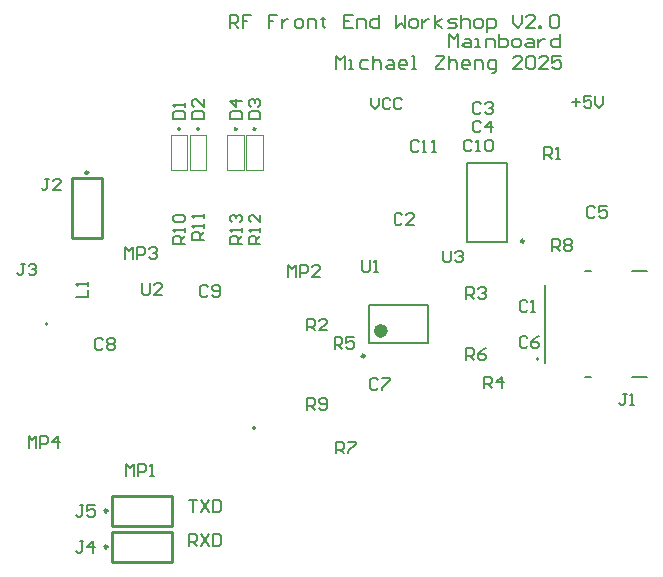
<source format=gbr>
G04*
G04 #@! TF.GenerationSoftware,Altium Limited,Altium Designer,24.9.1 (31)*
G04*
G04 Layer_Color=65535*
%FSLAX25Y25*%
%MOIN*%
G70*
G04*
G04 #@! TF.SameCoordinates,AE1E5416-9686-4E21-8CD7-455353439681*
G04*
G04*
G04 #@! TF.FilePolarity,Positive*
G04*
G01*
G75*
%ADD10C,0.00787*%
%ADD11C,0.01004*%
%ADD12C,0.00984*%
%ADD13C,0.01000*%
%ADD14C,0.02362*%
%ADD15C,0.00500*%
%ADD16C,0.00394*%
%ADD17C,0.00602*%
D10*
X16929Y108268D02*
G03*
X16929Y108268I-394J0D01*
G01*
X86024Y73524D02*
G03*
X86024Y73524I-394J0D01*
G01*
X180512Y96555D02*
G03*
X180512Y96555I-394J0D01*
G01*
X156693Y162008D02*
X170079D01*
X156693Y135630D02*
X170079D01*
X156693D02*
Y162008D01*
X170079Y135630D02*
Y162008D01*
X124016Y101969D02*
X143701D01*
X124016Y114567D02*
X143701D01*
X124016Y101969D02*
Y114567D01*
X143701Y101969D02*
Y114567D01*
X150787Y200394D02*
Y204723D01*
X152231Y203280D01*
X153674Y204723D01*
Y200394D01*
X155838Y203280D02*
X157281D01*
X158003Y202558D01*
Y200394D01*
X155838D01*
X155117Y201115D01*
X155838Y201837D01*
X158003D01*
X159446Y200394D02*
X160889D01*
X160168D01*
Y203280D01*
X159446D01*
X163054Y200394D02*
Y203280D01*
X165218D01*
X165940Y202558D01*
Y200394D01*
X167383Y204723D02*
Y200394D01*
X169548D01*
X170269Y201115D01*
Y201837D01*
Y202558D01*
X169548Y203280D01*
X167383D01*
X172434Y200394D02*
X173877D01*
X174599Y201115D01*
Y202558D01*
X173877Y203280D01*
X172434D01*
X171712Y202558D01*
Y201115D01*
X172434Y200394D01*
X176763Y203280D02*
X178206D01*
X178928Y202558D01*
Y200394D01*
X176763D01*
X176042Y201115D01*
X176763Y201837D01*
X178928D01*
X180371Y203280D02*
Y200394D01*
Y201837D01*
X181093Y202558D01*
X181814Y203280D01*
X182536D01*
X187586Y204723D02*
Y200394D01*
X185422D01*
X184700Y201115D01*
Y202558D01*
X185422Y203280D01*
X187586D01*
X77559Y206955D02*
Y211284D01*
X79724D01*
X80445Y210563D01*
Y209120D01*
X79724Y208398D01*
X77559D01*
X79002D02*
X80445Y206955D01*
X84775Y211284D02*
X81888D01*
Y209120D01*
X83332D01*
X81888D01*
Y206955D01*
X93433Y211284D02*
X90547D01*
Y209120D01*
X91990D01*
X90547D01*
Y206955D01*
X94876Y209841D02*
Y206955D01*
Y208398D01*
X95598Y209120D01*
X96319Y209841D01*
X97041D01*
X99927Y206955D02*
X101370D01*
X102092Y207677D01*
Y209120D01*
X101370Y209841D01*
X99927D01*
X99206Y209120D01*
Y207677D01*
X99927Y206955D01*
X103535D02*
Y209841D01*
X105700D01*
X106421Y209120D01*
Y206955D01*
X108586Y210563D02*
Y209841D01*
X107864D01*
X109307D01*
X108586D01*
Y207677D01*
X109307Y206955D01*
X118687Y211284D02*
X115801D01*
Y206955D01*
X118687D01*
X115801Y209120D02*
X117244D01*
X120131Y206955D02*
Y209841D01*
X122295D01*
X123017Y209120D01*
Y206955D01*
X127346Y211284D02*
Y206955D01*
X125181D01*
X124460Y207677D01*
Y209120D01*
X125181Y209841D01*
X127346D01*
X133118Y211284D02*
Y206955D01*
X134562Y208398D01*
X136005Y206955D01*
Y211284D01*
X138169Y206955D02*
X139612D01*
X140334Y207677D01*
Y209120D01*
X139612Y209841D01*
X138169D01*
X137448Y209120D01*
Y207677D01*
X138169Y206955D01*
X141777Y209841D02*
Y206955D01*
Y208398D01*
X142499Y209120D01*
X143220Y209841D01*
X143942D01*
X146107Y206955D02*
Y211284D01*
Y208398D02*
X148271Y209841D01*
X146107Y208398D02*
X148271Y206955D01*
X150436D02*
X152600D01*
X153322Y207677D01*
X152600Y208398D01*
X151157D01*
X150436Y209120D01*
X151157Y209841D01*
X153322D01*
X154765Y211284D02*
Y206955D01*
Y209120D01*
X155487Y209841D01*
X156930D01*
X157651Y209120D01*
Y206955D01*
X159816D02*
X161259D01*
X161981Y207677D01*
Y209120D01*
X161259Y209841D01*
X159816D01*
X159094Y209120D01*
Y207677D01*
X159816Y206955D01*
X163424Y205512D02*
Y209841D01*
X165588D01*
X166310Y209120D01*
Y207677D01*
X165588Y206955D01*
X163424D01*
X172082Y211284D02*
Y208398D01*
X173525Y206955D01*
X174969Y208398D01*
Y211284D01*
X179298Y206955D02*
X176412D01*
X179298Y209841D01*
Y210563D01*
X178576Y211284D01*
X177133D01*
X176412Y210563D01*
X180741Y206955D02*
Y207677D01*
X181463D01*
Y206955D01*
X180741D01*
X184349Y210563D02*
X185070Y211284D01*
X186513D01*
X187235Y210563D01*
Y207677D01*
X186513Y206955D01*
X185070D01*
X184349Y207677D01*
Y210563D01*
X112992Y193175D02*
Y197505D01*
X114435Y196062D01*
X115878Y197505D01*
Y193175D01*
X117321D02*
X118764D01*
X118043D01*
Y196062D01*
X117321D01*
X123815D02*
X121651D01*
X120929Y195340D01*
Y193897D01*
X121651Y193175D01*
X123815D01*
X125259Y197505D02*
Y193175D01*
Y195340D01*
X125980Y196062D01*
X127423D01*
X128145Y195340D01*
Y193175D01*
X130309Y196062D02*
X131753D01*
X132474Y195340D01*
Y193175D01*
X130309D01*
X129588Y193897D01*
X130309Y194618D01*
X132474D01*
X136082Y193175D02*
X134639D01*
X133917Y193897D01*
Y195340D01*
X134639Y196062D01*
X136082D01*
X136803Y195340D01*
Y194618D01*
X133917D01*
X138246Y193175D02*
X139690D01*
X138968D01*
Y197505D01*
X138246D01*
X146184D02*
X149070D01*
Y196783D01*
X146184Y193897D01*
Y193175D01*
X149070D01*
X150513Y197505D02*
Y193175D01*
Y195340D01*
X151234Y196062D01*
X152678D01*
X153399Y195340D01*
Y193175D01*
X157007D02*
X155564D01*
X154842Y193897D01*
Y195340D01*
X155564Y196062D01*
X157007D01*
X157728Y195340D01*
Y194618D01*
X154842D01*
X159171Y193175D02*
Y196062D01*
X161336D01*
X162058Y195340D01*
Y193175D01*
X164944Y191732D02*
X165665D01*
X166387Y192454D01*
Y196062D01*
X164222D01*
X163501Y195340D01*
Y193897D01*
X164222Y193175D01*
X166387D01*
X175046D02*
X172159D01*
X175046Y196062D01*
Y196783D01*
X174324Y197505D01*
X172881D01*
X172159Y196783D01*
X176489D02*
X177210Y197505D01*
X178653D01*
X179375Y196783D01*
Y193897D01*
X178653Y193175D01*
X177210D01*
X176489Y193897D01*
Y196783D01*
X183704Y193175D02*
X180818D01*
X183704Y196062D01*
Y196783D01*
X182983Y197505D01*
X181539D01*
X180818Y196783D01*
X188033Y197505D02*
X185147D01*
Y195340D01*
X186590Y196062D01*
X187312D01*
X188033Y195340D01*
Y193897D01*
X187312Y193175D01*
X185869D01*
X185147Y193897D01*
D11*
X36854Y33956D02*
G03*
X36854Y33956I-500J0D01*
G01*
Y45957D02*
G03*
X36854Y45957I-500J0D01*
G01*
X30421Y158661D02*
G03*
X30421Y158661I-500J0D01*
G01*
D12*
X175689Y135827D02*
G03*
X175689Y135827I-492J0D01*
G01*
X122549Y97539D02*
G03*
X122549Y97539I-492J0D01*
G01*
D13*
X86105Y173228D02*
G03*
X86105Y173228I-278J0D01*
G01*
X79806D02*
G03*
X79806Y173228I-278J0D01*
G01*
X67207D02*
G03*
X67207Y173228I-278J0D01*
G01*
X60908D02*
G03*
X60908Y173228I-278J0D01*
G01*
X38165Y28956D02*
Y38956D01*
X58165Y28956D02*
Y38956D01*
X38165D02*
X58165D01*
X38165Y28956D02*
X58165D01*
X38165Y40957D02*
X58165D01*
X38165Y50957D02*
X58165D01*
Y40957D02*
Y50957D01*
X38165Y40957D02*
Y50957D01*
X24921Y136850D02*
Y156850D01*
X34921Y136850D02*
Y156850D01*
X24921Y136850D02*
X34921D01*
X24921Y156850D02*
X34921D01*
D14*
X129134Y105905D02*
G03*
X129134Y105905I-1181J0D01*
G01*
D15*
X182795Y95177D02*
Y121358D01*
X196043Y90669D02*
X197854D01*
X211595D02*
X216535D01*
X211595Y125866D02*
X216535D01*
X196043D02*
X197854D01*
D16*
X83071Y171063D02*
X88583D01*
Y159646D02*
Y171063D01*
X83071Y159646D02*
X88583D01*
X83071D02*
Y171063D01*
X76772D02*
X82284D01*
Y159646D02*
Y171063D01*
X76772Y159646D02*
X82284D01*
X76772D02*
Y171063D01*
X64173D02*
X69685D01*
Y159646D02*
Y171063D01*
X64173Y159646D02*
X69685D01*
X64173D02*
Y171063D01*
X57874D02*
X63386D01*
Y159646D02*
Y171063D01*
X57874Y159646D02*
X63386D01*
X57874D02*
Y171063D01*
D17*
X28824Y35889D02*
X27512D01*
X28168D01*
Y32610D01*
X27512Y31953D01*
X26856D01*
X26200Y32610D01*
X32104Y31953D02*
Y35889D01*
X30136Y33921D01*
X32760D01*
X43046Y57481D02*
Y61417D01*
X44358Y60105D01*
X45670Y61417D01*
Y57481D01*
X46982D02*
Y61417D01*
X48950D01*
X49606Y60761D01*
Y59449D01*
X48950Y58793D01*
X46982D01*
X50918Y57481D02*
X52229D01*
X51574D01*
Y61417D01*
X50918Y60761D01*
X48492Y121850D02*
Y118570D01*
X49148Y117914D01*
X50460D01*
X51116Y118570D01*
Y121850D01*
X55051Y117914D02*
X52428D01*
X55051Y120538D01*
Y121194D01*
X54396Y121850D01*
X53084D01*
X52428Y121194D01*
X148689Y132676D02*
Y129397D01*
X149345Y128741D01*
X150657D01*
X151312Y129397D01*
Y132676D01*
X152624Y132021D02*
X153280Y132676D01*
X154592D01*
X155248Y132021D01*
Y131365D01*
X154592Y130709D01*
X153936D01*
X154592D01*
X155248Y130053D01*
Y129397D01*
X154592Y128741D01*
X153280D01*
X152624Y129397D01*
X121700Y129489D02*
Y126209D01*
X122356Y125554D01*
X123668D01*
X124324Y126209D01*
Y129489D01*
X125636Y125554D02*
X126948D01*
X126292D01*
Y129489D01*
X125636Y128833D01*
X124600Y183689D02*
Y181065D01*
X125912Y179753D01*
X127224Y181065D01*
Y183689D01*
X131160Y183033D02*
X130504Y183689D01*
X129192D01*
X128536Y183033D01*
Y180410D01*
X129192Y179753D01*
X130504D01*
X131160Y180410D01*
X135095Y183033D02*
X134439Y183689D01*
X133127D01*
X132472Y183033D01*
Y180410D01*
X133127Y179753D01*
X134439D01*
X135095Y180410D01*
X191600Y182121D02*
X194224D01*
X192912Y183433D02*
Y180809D01*
X198160Y184089D02*
X195536D01*
Y182121D01*
X196848Y182777D01*
X197504D01*
X198160Y182121D01*
Y180809D01*
X197504Y180154D01*
X196192D01*
X195536Y180809D01*
X199471Y184089D02*
Y181465D01*
X200783Y180154D01*
X202095Y181465D01*
Y184089D01*
X64100Y49589D02*
X66724D01*
X65412D01*
Y45654D01*
X68036Y49589D02*
X70660Y45654D01*
Y49589D02*
X68036Y45654D01*
X71971Y49589D02*
Y45654D01*
X73939D01*
X74595Y46310D01*
Y48933D01*
X73939Y49589D01*
X71971D01*
X64100Y34253D02*
Y38189D01*
X66068D01*
X66724Y37533D01*
Y36221D01*
X66068Y35565D01*
X64100D01*
X65412D02*
X66724Y34253D01*
X68036Y38189D02*
X70660Y34253D01*
Y38189D02*
X68036Y34253D01*
X71971Y38189D02*
Y34253D01*
X73939D01*
X74595Y34909D01*
Y37533D01*
X73939Y38189D01*
X71971D01*
X103400Y79654D02*
Y83589D01*
X105368D01*
X106024Y82933D01*
Y81621D01*
X105368Y80965D01*
X103400D01*
X104712D02*
X106024Y79654D01*
X107336Y80309D02*
X107992Y79654D01*
X109304D01*
X109960Y80309D01*
Y82933D01*
X109304Y83589D01*
X107992D01*
X107336Y82933D01*
Y82277D01*
X107992Y81621D01*
X109960D01*
X185000Y132653D02*
Y136589D01*
X186968D01*
X187624Y135933D01*
Y134621D01*
X186968Y133966D01*
X185000D01*
X186312D02*
X187624Y132653D01*
X188936Y135933D02*
X189592Y136589D01*
X190904D01*
X191560Y135933D01*
Y135277D01*
X190904Y134621D01*
X191560Y133966D01*
Y133309D01*
X190904Y132653D01*
X189592D01*
X188936Y133309D01*
Y133966D01*
X189592Y134621D01*
X188936Y135277D01*
Y135933D01*
X189592Y134621D02*
X190904D01*
X113100Y65053D02*
Y68989D01*
X115068D01*
X115724Y68333D01*
Y67021D01*
X115068Y66365D01*
X113100D01*
X114412D02*
X115724Y65053D01*
X117036Y68989D02*
X119660D01*
Y68333D01*
X117036Y65710D01*
Y65053D01*
X156300Y96153D02*
Y100089D01*
X158268D01*
X158924Y99433D01*
Y98121D01*
X158268Y97465D01*
X156300D01*
X157612D02*
X158924Y96153D01*
X162860Y100089D02*
X161548Y99433D01*
X160236Y98121D01*
Y96810D01*
X160892Y96153D01*
X162204D01*
X162860Y96810D01*
Y97465D01*
X162204Y98121D01*
X160236D01*
X112500Y99954D02*
Y103889D01*
X114468D01*
X115124Y103233D01*
Y101921D01*
X114468Y101265D01*
X112500D01*
X113812D02*
X115124Y99954D01*
X119060Y103889D02*
X116436D01*
Y101921D01*
X117748Y102577D01*
X118404D01*
X119060Y101921D01*
Y100610D01*
X118404Y99954D01*
X117092D01*
X116436Y100610D01*
X162400Y86753D02*
Y90689D01*
X164368D01*
X165024Y90033D01*
Y88721D01*
X164368Y88065D01*
X162400D01*
X163712D02*
X165024Y86753D01*
X168304D02*
Y90689D01*
X166336Y88721D01*
X168960D01*
X156300Y116454D02*
Y120389D01*
X158268D01*
X158924Y119733D01*
Y118421D01*
X158268Y117765D01*
X156300D01*
X157612D02*
X158924Y116454D01*
X160236Y119733D02*
X160892Y120389D01*
X162204D01*
X162860Y119733D01*
Y119077D01*
X162204Y118421D01*
X161548D01*
X162204D01*
X162860Y117765D01*
Y117110D01*
X162204Y116454D01*
X160892D01*
X160236Y117110D01*
X103400Y106053D02*
Y109989D01*
X105368D01*
X106024Y109333D01*
Y108021D01*
X105368Y107366D01*
X103400D01*
X104712D02*
X106024Y106053D01*
X109960D02*
X107336D01*
X109960Y108677D01*
Y109333D01*
X109304Y109989D01*
X107992D01*
X107336Y109333D01*
X68900Y136253D02*
X64964D01*
Y138221D01*
X65620Y138877D01*
X66932D01*
X67588Y138221D01*
Y136253D01*
Y137566D02*
X68900Y138877D01*
Y140189D02*
Y141501D01*
Y140845D01*
X64964D01*
X65620Y140189D01*
X68900Y143469D02*
Y144781D01*
Y144125D01*
X64964D01*
X65620Y143469D01*
X62600Y134853D02*
X58664D01*
Y136821D01*
X59320Y137477D01*
X60632D01*
X61288Y136821D01*
Y134853D01*
Y136165D02*
X62600Y137477D01*
Y138789D02*
Y140101D01*
Y139445D01*
X58664D01*
X59320Y138789D01*
Y142069D02*
X58664Y142725D01*
Y144037D01*
X59320Y144693D01*
X61944D01*
X62600Y144037D01*
Y142725D01*
X61944Y142069D01*
X59320D01*
X81500Y134853D02*
X77564D01*
Y136821D01*
X78220Y137477D01*
X79532D01*
X80188Y136821D01*
Y134853D01*
Y136165D02*
X81500Y137477D01*
Y138789D02*
Y140101D01*
Y139445D01*
X77564D01*
X78220Y138789D01*
Y142069D02*
X77564Y142725D01*
Y144037D01*
X78220Y144693D01*
X78876D01*
X79532Y144037D01*
Y143381D01*
Y144037D01*
X80188Y144693D01*
X80844D01*
X81500Y144037D01*
Y142725D01*
X80844Y142069D01*
X87800Y134853D02*
X83864D01*
Y136821D01*
X84520Y137477D01*
X85832D01*
X86488Y136821D01*
Y134853D01*
Y136165D02*
X87800Y137477D01*
Y138789D02*
Y140101D01*
Y139445D01*
X83864D01*
X84520Y138789D01*
X87800Y144693D02*
Y142069D01*
X85176Y144693D01*
X84520D01*
X83864Y144037D01*
Y142725D01*
X84520Y142069D01*
X182400Y163253D02*
Y167189D01*
X184368D01*
X185024Y166533D01*
Y165221D01*
X184368Y164566D01*
X182400D01*
X183712D02*
X185024Y163253D01*
X186336D02*
X187648D01*
X186992D01*
Y167189D01*
X186336Y166533D01*
X10500Y66930D02*
Y70865D01*
X11812Y69554D01*
X13124Y70865D01*
Y66930D01*
X14436D02*
Y70865D01*
X16404D01*
X17060Y70210D01*
Y68898D01*
X16404Y68242D01*
X14436D01*
X20340Y66930D02*
Y70865D01*
X18372Y68898D01*
X20996D01*
X42685Y130020D02*
Y133956D01*
X43997Y132644D01*
X45309Y133956D01*
Y130020D01*
X46621D02*
Y133956D01*
X48589D01*
X49245Y133300D01*
Y131988D01*
X48589Y131332D01*
X46621D01*
X50557Y133300D02*
X51213Y133956D01*
X52525D01*
X53181Y133300D01*
Y132644D01*
X52525Y131988D01*
X51869D01*
X52525D01*
X53181Y131332D01*
Y130676D01*
X52525Y130020D01*
X51213D01*
X50557Y130676D01*
X97114Y124016D02*
Y127952D01*
X98427Y126640D01*
X99738Y127952D01*
Y124016D01*
X101050D02*
Y127952D01*
X103018D01*
X103674Y127296D01*
Y125984D01*
X103018Y125328D01*
X101050D01*
X107610Y124016D02*
X104986D01*
X107610Y126640D01*
Y127296D01*
X106954Y127952D01*
X105642D01*
X104986Y127296D01*
X26379Y117061D02*
X30314D01*
Y119685D01*
Y120997D02*
Y122309D01*
Y121653D01*
X26379D01*
X27035Y120997D01*
X28824Y47889D02*
X27512D01*
X28168D01*
Y44609D01*
X27512Y43953D01*
X26856D01*
X26200Y44609D01*
X32760Y47889D02*
X30136D01*
Y45921D01*
X31448Y46577D01*
X32104D01*
X32760Y45921D01*
Y44609D01*
X32104Y43953D01*
X30792D01*
X30136Y44609D01*
X9187Y128346D02*
X7875D01*
X8531D01*
Y125066D01*
X7875Y124410D01*
X7219D01*
X6563Y125066D01*
X10498Y127690D02*
X11154Y128346D01*
X12466D01*
X13122Y127690D01*
Y127034D01*
X12466Y126378D01*
X11810D01*
X12466D01*
X13122Y125722D01*
Y125066D01*
X12466Y124410D01*
X11154D01*
X10498Y125066D01*
X17454Y156692D02*
X16142D01*
X16798D01*
Y153412D01*
X16142Y152757D01*
X15486D01*
X14830Y153412D01*
X21390Y152757D02*
X18766D01*
X21390Y155380D01*
Y156036D01*
X20734Y156692D01*
X19422D01*
X18766Y156036D01*
X209842Y85039D02*
X208531D01*
X209187D01*
Y81759D01*
X208531Y81103D01*
X207875D01*
X207219Y81759D01*
X211154Y81103D02*
X212466D01*
X211810D01*
Y85039D01*
X211154Y84383D01*
X64964Y176654D02*
X68900D01*
Y178621D01*
X68244Y179277D01*
X65620D01*
X64964Y178621D01*
Y176654D01*
X68900Y183213D02*
Y180589D01*
X66276Y183213D01*
X65620D01*
X64964Y182557D01*
Y181245D01*
X65620Y180589D01*
X58664Y176654D02*
X62600D01*
Y178621D01*
X61944Y179277D01*
X59320D01*
X58664Y178621D01*
Y176654D01*
X62600Y180589D02*
Y181901D01*
Y181245D01*
X58664D01*
X59320Y180589D01*
X77564Y176654D02*
X81500D01*
Y178621D01*
X80844Y179277D01*
X78220D01*
X77564Y178621D01*
Y176654D01*
X81500Y182557D02*
X77564D01*
X79532Y180589D01*
Y183213D01*
X83864Y176654D02*
X87800D01*
Y178621D01*
X87144Y179277D01*
X84520D01*
X83864Y178621D01*
Y176654D01*
X84520Y180589D02*
X83864Y181245D01*
Y182557D01*
X84520Y183213D01*
X85176D01*
X85832Y182557D01*
Y181901D01*
Y182557D01*
X86488Y183213D01*
X87144D01*
X87800Y182557D01*
Y181245D01*
X87144Y180589D01*
X140524Y168933D02*
X139868Y169589D01*
X138556D01*
X137900Y168933D01*
Y166309D01*
X138556Y165654D01*
X139868D01*
X140524Y166309D01*
X141836Y165654D02*
X143148D01*
X142492D01*
Y169589D01*
X141836Y168933D01*
X145115Y165654D02*
X146427D01*
X145772D01*
Y169589D01*
X145115Y168933D01*
X158224Y169033D02*
X157568Y169689D01*
X156256D01*
X155600Y169033D01*
Y166410D01*
X156256Y165753D01*
X157568D01*
X158224Y166410D01*
X159536Y165753D02*
X160848D01*
X160192D01*
Y169689D01*
X159536Y169033D01*
X162815D02*
X163471Y169689D01*
X164783D01*
X165439Y169033D01*
Y166410D01*
X164783Y165753D01*
X163471D01*
X162815Y166410D01*
Y169033D01*
X70407Y120505D02*
X69751Y121161D01*
X68439D01*
X67783Y120505D01*
Y117881D01*
X68439Y117225D01*
X69751D01*
X70407Y117881D01*
X71719D02*
X72375Y117225D01*
X73687D01*
X74343Y117881D01*
Y120505D01*
X73687Y121161D01*
X72375D01*
X71719Y120505D01*
Y119849D01*
X72375Y119193D01*
X74343D01*
X35424Y102933D02*
X34768Y103589D01*
X33456D01*
X32800Y102933D01*
Y100310D01*
X33456Y99654D01*
X34768D01*
X35424Y100310D01*
X36736Y102933D02*
X37392Y103589D01*
X38704D01*
X39360Y102933D01*
Y102277D01*
X38704Y101621D01*
X39360Y100965D01*
Y100310D01*
X38704Y99654D01*
X37392D01*
X36736Y100310D01*
Y100965D01*
X37392Y101621D01*
X36736Y102277D01*
Y102933D01*
X37392Y101621D02*
X38704D01*
X127024Y89533D02*
X126368Y90189D01*
X125056D01*
X124400Y89533D01*
Y86910D01*
X125056Y86253D01*
X126368D01*
X127024Y86910D01*
X128336Y90189D02*
X130960D01*
Y89533D01*
X128336Y86910D01*
Y86253D01*
X176824Y103633D02*
X176168Y104289D01*
X174856D01*
X174200Y103633D01*
Y101010D01*
X174856Y100354D01*
X176168D01*
X176824Y101010D01*
X180760Y104289D02*
X179448Y103633D01*
X178136Y102321D01*
Y101010D01*
X178792Y100354D01*
X180104D01*
X180760Y101010D01*
Y101665D01*
X180104Y102321D01*
X178136D01*
X199424Y146933D02*
X198768Y147589D01*
X197456D01*
X196800Y146933D01*
Y144309D01*
X197456Y143654D01*
X198768D01*
X199424Y144309D01*
X203360Y147589D02*
X200736D01*
Y145621D01*
X202048Y146277D01*
X202704D01*
X203360Y145621D01*
Y144309D01*
X202704Y143654D01*
X201392D01*
X200736Y144309D01*
X161424Y175333D02*
X160768Y175989D01*
X159456D01*
X158800Y175333D01*
Y172710D01*
X159456Y172054D01*
X160768D01*
X161424Y172710D01*
X164704Y172054D02*
Y175989D01*
X162736Y174021D01*
X165360D01*
X161424Y181633D02*
X160768Y182289D01*
X159456D01*
X158800Y181633D01*
Y179009D01*
X159456Y178354D01*
X160768D01*
X161424Y179009D01*
X162736Y181633D02*
X163392Y182289D01*
X164704D01*
X165360Y181633D01*
Y180977D01*
X164704Y180321D01*
X164048D01*
X164704D01*
X165360Y179666D01*
Y179009D01*
X164704Y178354D01*
X163392D01*
X162736Y179009D01*
X135124Y144533D02*
X134468Y145189D01*
X133156D01*
X132500Y144533D01*
Y141910D01*
X133156Y141253D01*
X134468D01*
X135124Y141910D01*
X139060Y141253D02*
X136436D01*
X139060Y143877D01*
Y144533D01*
X138404Y145189D01*
X137092D01*
X136436Y144533D01*
X176824Y115533D02*
X176168Y116189D01*
X174856D01*
X174200Y115533D01*
Y112909D01*
X174856Y112253D01*
X176168D01*
X176824Y112909D01*
X178136Y112253D02*
X179448D01*
X178792D01*
Y116189D01*
X178136Y115533D01*
M02*

</source>
